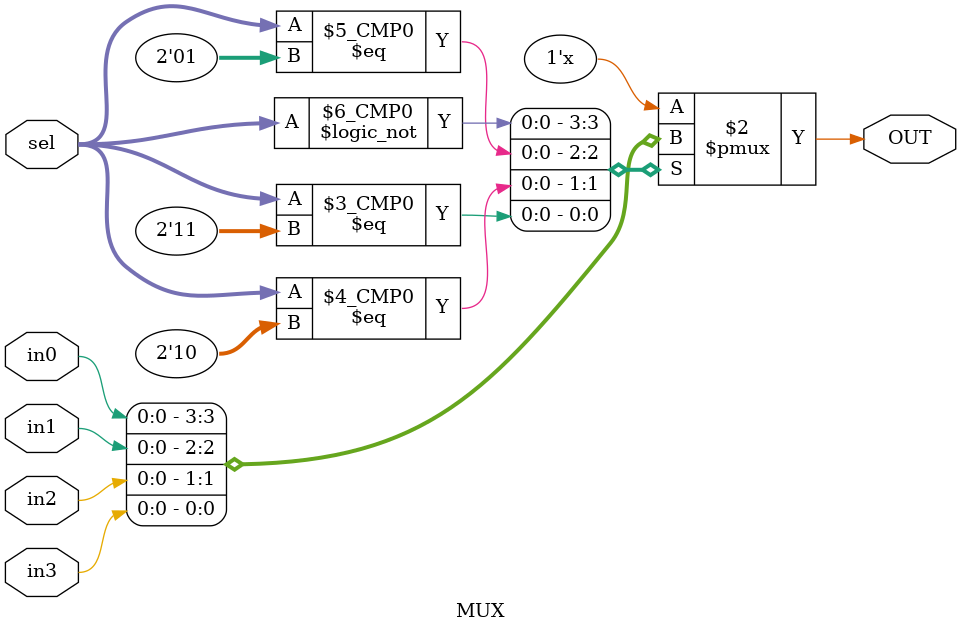
<source format=v>
module MUX (
input	wire	[1:0]	sel,
input	wire			in0,in1,in2,in3,
output	reg				OUT
);

//localparam start_bit='d0, data='d1,parity_bit='d3, stop_bit='d2;

always @(*)begin
	case(sel)
		'd0:	begin
				OUT = in0;
				end
		'd1:	begin
				OUT = in1;
				end
		'd2:	begin
				OUT = in2;
				end
		'd3:	begin
				OUT = in3;
				end
	endcase
end

endmodule
</source>
